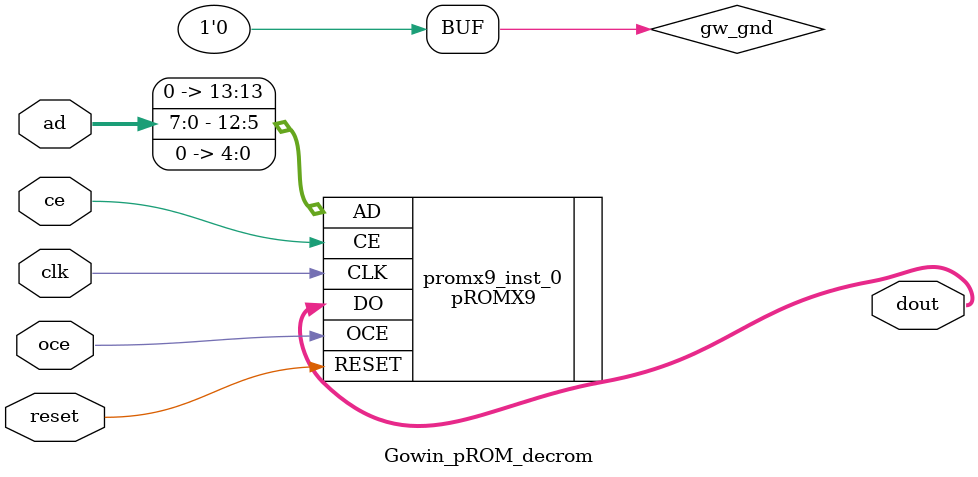
<source format=v>

module Gowin_pROM_decrom (dout, clk, oce, ce, reset, ad);

output [35:0] dout;
input clk;
input oce;
input ce;
input reset;
input [7:0] ad;

wire gw_gnd;

assign gw_gnd = 1'b0;

pROMX9 promx9_inst_0 (
    .DO(dout[35:0]),
    .CLK(clk),
    .OCE(oce),
    .CE(ce),
    .RESET(reset),
    .AD({gw_gnd,ad[7:0],gw_gnd,gw_gnd,gw_gnd,gw_gnd,gw_gnd})
);

defparam promx9_inst_0.READ_MODE = 1'b0;
defparam promx9_inst_0.BIT_WIDTH = 36;
defparam promx9_inst_0.RESET_MODE = "SYNC";
defparam promx9_inst_0.INIT_RAM_00 = 288'h203000E00203000E00203000E00203000E00203000E00203000E00203000E00203000E00;
defparam promx9_inst_0.INIT_RAM_01 = 288'h203000E00203000E00203000E00203000E00203000E00203000E00203000E00203000E00;
defparam promx9_inst_0.INIT_RAM_02 = 288'h205000E00205000E00205000E00205000E00205000E00205000E00205000E00205000E00;
defparam promx9_inst_0.INIT_RAM_03 = 288'h212000E00212000E00212000E00212000E00212000E00212000E00212000E00212000E00;
defparam promx9_inst_0.INIT_RAM_04 = 288'h21E000E0021E000E0021E000E0021E000E0021E000E0021E000E0021E000E0021E000E00;
defparam promx9_inst_0.INIT_RAM_05 = 288'h222000E00222000E00222000E00222000E00222000E00222000E00222000E00222000E00;
defparam promx9_inst_0.INIT_RAM_06 = 288'h238000E00235000E0022F000E0003B00000022A000E00226000E00202000E00000000E00;
defparam promx9_inst_0.INIT_RAM_07 = 288'h03B00000003B00000003B00000003B00000003B00000003B00000003B00000003B000000;
defparam promx9_inst_0.INIT_RAM_08 = 288'h03B00000007400030006A005B00061005B0003B00000005A000300050005B00047005B00;
defparam promx9_inst_0.INIT_RAM_09 = 288'h03B00000009700030009200030008D00030003B00000008500030008000030007B000300;
defparam promx9_inst_0.INIT_RAM_0A = 288'h03B0000000ED0003000E3005B000DA005B000CD1043000C01043000B310430009F2CBA00;
defparam promx9_inst_0.INIT_RAM_0B = 288'h03B00000003B00000003B00000003B00000003B0000000FE0003000F90003000F4000300;
defparam promx9_inst_0.INIT_RAM_0C = 288'h03B00000015F00030015C00030015900030015700030014F00030014A000300145000300;
defparam promx9_inst_0.INIT_RAM_0D = 288'h182000C0017C000300178000300174000300172000C0016B000300167000300163000300;
defparam promx9_inst_0.INIT_RAM_0E = 288'h1E20003001DC0003001D80003001D40003001B954A10019F44810018A1C0800185000300;
defparam promx9_inst_0.INIT_RAM_0F = 288'h24200070023C00070003B00000003B0000001F600A9001E800C90003B00000003B000000;
defparam promx9_inst_0.INIT_RAM_10 = 288'h4E4000E004DA000E004D0000E004C6000E004E7000E004DD000E004D3000E004C9000E00;
defparam promx9_inst_0.INIT_RAM_11 = 288'h50C000E00502000E004F8000E004EE000E0050F000E00505000E004FB000E004F1000E00;
defparam promx9_inst_0.INIT_RAM_12 = 288'h534000E0052A000E00520000E00516000E00537000E0052D000E00523000E00519000E00;
defparam promx9_inst_0.INIT_RAM_13 = 288'h55C000E00552000E00548000E0053E000E0055F000E00555000E0054B000E00541000E00;
defparam promx9_inst_0.INIT_RAM_14 = 288'h58B000E0057F000E00573000E00566000E0058F000E00583000E00577000E0056B000E00;
defparam promx9_inst_0.INIT_RAM_15 = 288'h5BB000E005AF000E005A3000E00597000E005C0000E005B3000E005A7000E0059B000E00;
defparam promx9_inst_0.INIT_RAM_16 = 288'h2B6000E002A51C0E0003B00000003B00000013F100D00136180D00132000C0003B000000;
defparam promx9_inst_0.INIT_RAM_17 = 288'h033000E0003B00000003B00000003B00000003B000000035000E0003B00000003B000000;
defparam promx9_inst_0.INIT_RAM_18 = 288'h315000C002F00002002E80002002BE18B5002F9000C002EE000C002E6000C002BC000C00;
defparam promx9_inst_0.INIT_RAM_19 = 288'h39B000D0036D25450035314B50033D14B500390000D00364000D0034E000D00338000C00;
defparam promx9_inst_0.INIT_RAM_1A = 288'h29400550028000B50027B01050027600030029400550026200B50025D010500258000300;
defparam promx9_inst_0.INIT_RAM_1B = 288'h3E6000D003D00085003C60055003BC0055003B0000D003A7000D003A2000D0039D000C00;
defparam promx9_inst_0.INIT_RAM_1C = 288'h458000C0043300940041B18E5003EA18B500444000C00431000C00419000C003E8000C00;
defparam promx9_inst_0.INIT_RAM_1D = 288'h4C4000D0049529550048118C50046D18C5004B9000D00493000D0047F000D0046B000C00;
defparam promx9_inst_0.INIT_RAM_1E = 288'h5EB0002005D70002005E60002005D20002005E10002005CD0002005DC0002005C8000200;
defparam promx9_inst_0.INIT_RAM_1F = 288'h253000700244000C0003B00000003B00000012308650011B08650010C086500106084D00;

endmodule //Gowin_pROM_decrom

</source>
